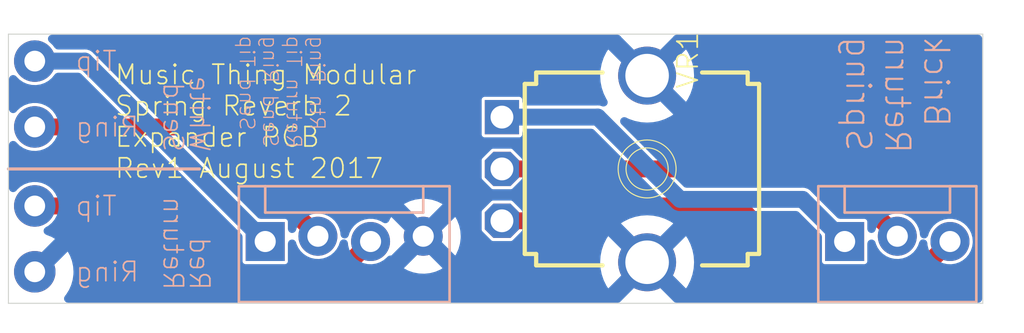
<source format=kicad_pcb>
(kicad_pcb (version 20211014) (generator pcbnew)
  (layers (0 "F.Cu" signal) (31 "B.Cu" signal) (34 "B.Paste" user) (35 "F.Paste" user) (36 "B.SilkS" user "B.Silkscreen") (37 "F.SilkS" user "F.Silkscreen") (38 "B.Mask" user) (39 "F.Mask" user) (44 "Edge.Cuts" user))
  (net 0 "")
  (net 1 "BRICK")
  (net 2 "OUT")
  (net 3 "SPRING")
  (net 4 "GND")
  (net 5 "R+")
  (net 6 "S-")
  (net 7 "S+")
  (footprint "Spring_Rev2_expander:9MM_SNAP-IN_POT" (layer "F.Cu") (at 155.80735 105.0136 -90)
    (fp_text reference "VR1" (at -3.81 -2.54 -90) (layer "F.SilkS") (effects (font (size 0.981456 0.981456) (thickness 0.085344)) (justify left bottom)))
    (fp_text value "")
    (fp_line (start -4.65 5.35) (end -4.65 2.15) (layer "F.SilkS") (width 0.2032))
    (fp_line (start -4.1 -5.4) (end 4.1 -5.4) (layer "F.SilkS") (width 0.2032))
    (fp_line (start 4.65 -4.85) (end 4.65 -2.65) (layer "F.SilkS") (width 0.2032))
    (fp_line (start 4.1 5.9) (end -4.1 5.9) (layer "F.SilkS") (width 0.2032))
    (fp_line (start 4.1 -4.85) (end 4.1 -5.4) (layer "F.SilkS") (width 0.2032))
    (fp_line (start -4.1 5.35) (end -4.1 5.9) (layer "F.SilkS") (width 0.2032))
    (fp_line (start -4.1 -5.4) (end -4.1 -4.85) (layer "F.SilkS") (width 0.2032))
    (fp_line (start -4.65 -2.65) (end -4.65 -4.85) (layer "F.SilkS") (width 0.2032))
    (fp_line (start -4.65 5.35) (end -4.1 5.35) (layer "F.SilkS") (width 0.2032))
    (fp_line (start 4.65 -4.85) (end 4.1 -4.85) (layer "F.SilkS") (width 0.2032))
    (fp_line (start 4.65 2.15) (end 4.65 5.35) (layer "F.SilkS") (width 0.2032))
    (fp_line (start 4.1 5.35) (end 4.65 5.35) (layer "F.SilkS") (width 0.2032))
    (fp_line (start -4.1 -4.85) (end -4.65 -4.85) (layer "F.SilkS") (width 0.2032))
    (fp_line (start 4.1 5.9) (end 4.1 5.35) (layer "F.SilkS") (width 0.2032))
    (fp_circle (center 0 0) (end 1.397 0) (layer "F.SilkS") (width 0.0508) (fill none))
    (fp_circle (center 0 0) (end 1.016 0) (layer "F.SilkS") (width 0.0508) (fill none))
    (pad "1" thru_hole rect (at -2.5 7 180) (size 1.65 1.65) (drill 1.1) (layers *.Cu *.Mask) (net 3 "SPRING"))
    (pad "2" thru_hole roundrect (at 0 7 180) (size 1.65 1.65) (drill 1.1) (layers *.Cu *.Mask) (chamfer_ratio 0.25) (chamfer top_left top_right bottom_left bottom_right) (net 2 "OUT"))
    (pad "3" thru_hole roundrect (at 2.5 7 180) (size 1.65 1.65) (drill 1.1) (layers *.Cu *.Mask) (chamfer_ratio 0.25) (chamfer top_left top_right bottom_left bottom_right) (net 1 "BRICK"))
    (pad "CHASSIS1" thru_hole circle (at -4.5 0 180) (size 2.794 2.794) (drill 2.1) (layers *.Cu *.Mask) (net 4 "GND"))
    (pad "CHASSIS2" thru_hole circle (at 4.5 0 180) (size 2.794 2.794) (drill 2.1) (layers *.Cu *.Mask) (net 4 "GND"))
  )
  (footprint "Spring_Rev2_expander:PAD-1.00-2.00" (layer "B.Cu") (at 126.27985 102.9886 180)
    (fp_text reference "SEND-WHITE-RING0" hide)
    (fp_text value "PAD-1.00-2.00" hide)
    (pad "1" thru_hole circle (at 0 0 180) (size 2 2) (drill 1) (layers *.Cu *.Mask) (net 6 "S-"))
  )
  (footprint "Spring_Rev2_expander:MOLEX-1X4_LOCK" (layer "B.Cu") (at 137.39235 108.3861)
    (fp_text reference "JP2" hide)
    (fp_text value "" hide)
    (fp_line (start 7.62 -1.27) (end 7.62 -2.54) (layer "B.SilkS") (width 0.127))
    (fp_line (start 0 -2.54) (end 0 -1.27) (layer "B.SilkS") (width 0.127))
    (fp_line (start 0 -1.27) (end 7.62 -1.27) (layer "B.SilkS") (width 0.127))
    (fp_line (start 8.89 3.048) (end 8.89 -2.54) (layer "B.SilkS") (width 0.127))
    (fp_line (start 0 -2.54) (end -1.27 -2.54) (layer "B.SilkS") (width 0.127))
    (fp_line (start 7.62 -2.54) (end 0 -2.54) (layer "B.SilkS") (width 0.127))
    (fp_line (start 8.89 -2.54) (end 7.62 -2.54) (layer "B.SilkS") (width 0.127))
    (fp_line (start 8.89 3.048) (end -1.27 3.048) (layer "B.SilkS") (width 0.127))
    (fp_line (start -1.27 3.048) (end -1.27 -2.54) (layer "B.SilkS") (width 0.127))
    (pad "1" thru_hole rect (at 0 0.127) (size 1.8796 1.8796) (drill 1.016) (layers *.Cu *.Mask) (net 7 "S+"))
    (pad "2" thru_hole circle (at 2.54 -0.127) (size 1.8796 1.8796) (drill 1.016) (layers *.Cu *.Mask) (net 6 "S-"))
    (pad "3" thru_hole circle (at 5.08 0.127) (size 1.8796 1.8796) (drill 1.016) (layers *.Cu *.Mask) (net 5 "R+"))
    (pad "4" thru_hole circle (at 7.62 -0.127) (size 1.8796 1.8796) (drill 1.016) (layers *.Cu *.Mask) (net 4 "GND"))
  )
  (footprint "Spring_Rev2_expander:PAD-1.00-2.00" (layer "B.Cu") (at 126.27985 109.9736 180)
    (fp_text reference "RETURN-RED-RING0" hide)
    (fp_text value "PAD-1.00-2.00" hide)
    (pad "1" thru_hole circle (at 0 0 180) (size 2 2) (drill 1) (layers *.Cu *.Mask) (net 4 "GND"))
  )
  (footprint "Spring_Rev2_expander:MOLEX-1X3_LOCK" (layer "B.Cu") (at 165.33235 108.3861)
    (fp_text reference "JP1" hide)
    (fp_text value "" hide)
    (fp_line (start 0 -2.54) (end -1.27 -2.54) (layer "B.SilkS") (width 0.127))
    (fp_line (start 6.35 3.048) (end -1.27 3.048) (layer "B.SilkS") (width 0.127))
    (fp_line (start 5.08 -1.27) (end 5.08 -2.54) (layer "B.SilkS") (width 0.127))
    (fp_line (start 6.35 3.048) (end 6.35 -2.54) (layer "B.SilkS") (width 0.127))
    (fp_line (start 5.08 -2.54) (end 0 -2.54) (layer "B.SilkS") (width 0.127))
    (fp_line (start 0 -2.54) (end 0 -1.27) (layer "B.SilkS") (width 0.127))
    (fp_line (start 6.35 -2.54) (end 5.08 -2.54) (layer "B.SilkS") (width 0.127))
    (fp_line (start -1.27 3.048) (end -1.27 -2.54) (layer "B.SilkS") (width 0.127))
    (fp_line (start 0 -1.27) (end 5.08 -1.27) (layer "B.SilkS") (width 0.127))
    (pad "1" thru_hole rect (at 0 0.127) (size 1.8796 1.8796) (drill 1.016) (layers *.Cu *.Mask) (net 3 "SPRING"))
    (pad "2" thru_hole circle (at 2.54 -0.127) (size 1.8796 1.8796) (drill 1.016) (layers *.Cu *.Mask) (net 2 "OUT"))
    (pad "3" thru_hole circle (at 5.08 0.127) (size 1.8796 1.8796) (drill 1.016) (layers *.Cu *.Mask) (net 1 "BRICK"))
  )
  (footprint "Spring_Rev2_expander:PAD-1.00-2.00" (layer "B.Cu") (at 126.27985 106.7986 180)
    (fp_text reference "RETURN-RED-TIP0" hide)
    (fp_text value "PAD-1.00-2.00" hide)
    (pad "1" thru_hole circle (at 0 0 180) (size 2 2) (drill 1) (layers *.Cu *.Mask) (net 5 "R+"))
  )
  (footprint "Spring_Rev2_expander:PAD-1.00-2.00" (layer "B.Cu") (at 126.27985 99.8136 180)
    (fp_text reference "SEND-WHITE-TIP0" hide)
    (fp_text value "PAD-1.00-2.00" hide)
    (pad "1" thru_hole circle (at 0 0 180) (size 2 2) (drill 1) (layers *.Cu *.Mask) (net 7 "S+"))
  )
  (gr_line (start 125.00985 105.0136) (end 134.21735 105.0136) (layer "B.SilkS") (width 0.1524))
  (gr_line (start 125.00985 111.4936) (end 171.99235 111.4936) (layer "Edge.Cuts") (width 0.05))
  (gr_line (start 171.99235 98.5136) (end 125.00985 98.5136) (layer "Edge.Cuts") (width 0.05))
  (gr_line (start 125.00985 98.5136) (end 125.00985 111.4936) (layer "Edge.Cuts") (width 0.05))
  (gr_line (start 171.99235 111.4936) (end 171.99235 98.5136) (layer "Edge.Cuts") (width 0.05))
  (gr_text "White" (at 134.21735 104.2586 -90) (layer "B.SilkS") (effects (font (size 0.93472 0.93472) (thickness 0.08128)) (justify left mirror)))
  (gr_text "Rtn Ring\nReturn Tip\nSend Ring\nSend Tip\n\n\n" (at 137.07485 98.5436 -90) (layer "B.SilkS") (effects (font (size 0.70104 0.70104) (thickness 0.06096)) (justify right mirror)))
  (gr_text "Brick\nReturn\nSpring" (at 167.87235 98.5436 -90) (layer "B.SilkS") (effects (font (size 1.1684 1.1684) (thickness 0.1016)) (justify right mirror)))
  (gr_text "Send" (at 132.94735 104.2586 -90) (layer "B.SilkS") (effects (font (size 0.93472 0.93472) (thickness 0.08128)) (justify left mirror)))
  (gr_text "Ring" (at 128.18485 109.9736) (layer "B.SilkS") (effects (font (size 0.93472 0.93472) (thickness 0.08128)) (justify right mirror)))
  (gr_text "Red" (at 134.21735 110.9261 -90) (layer "B.SilkS") (effects (font (size 0.93472 0.93472) (thickness 0.08128)) (justify left mirror)))
  (gr_text "Ring" (at 128.18485 102.9886) (layer "B.SilkS") (effects (font (size 0.93472 0.93472) (thickness 0.08128)) (justify right mirror)))
  (gr_text "Tip" (at 128.18485 106.7986) (layer "B.SilkS") (effects (font (size 0.93472 0.93472) (thickness 0.08128)) (justify right mirror)))
  (gr_text "Return" (at 132.94735 110.9261 -90) (layer "B.SilkS") (effects (font (size 0.93472 0.93472) (thickness 0.08128)) (justify left mirror)))
  (gr_text "Tip" (at 128.18485 99.8136) (layer "B.SilkS") (effects (font (size 0.93472 0.93472) (thickness 0.08128)) (justify right mirror)))
  (gr_text "Music Thing Modular\nSpring Reverb 2 \nExpander PCB \nRev1 August 2017" (at 130.08985 105.5286) (layer "F.SilkS") (effects (font (size 0.93472 0.93472) (thickness 0.08128)) (justify left bottom)))
  (segment (start 153.50485 107.5136) (end 154.21985 106.7986) (width 0.8128) (layer "F.Cu") (net 1))
  (segment (start 168.63435 110.2911) (end 170.41235 108.5131) (width 0.8128) (layer "F.Cu") (net 1))
  (segment (start 148.80735 107.5136) (end 153.50485 107.5136) (width 0.8128) (layer "F.Cu") (net 1))
  (segment (start 160.25235 106.7986) (end 163.42735 110.2911) (width 0.8128) (layer "F.Cu") (net 1))
  (segment (start 163.42735 110.2911) (end 168.63435 110.2911) (width 0.8128) (layer "F.Cu") (net 1))
  (segment (start 154.21985 106.7986) (end 160.25235 106.7986) (width 0.8128) (layer "F.Cu") (net 1))
  (segment (start 148.80735 105.0136) (end 164.62685 105.0136) (width 0.8128) (layer "F.Cu") (net 2))
  (segment (start 164.62685 105.0136) (end 167.87235 108.2591) (width 0.8128) (layer "F.Cu") (net 2))
  (segment (start 153.42735 102.5136) (end 157.39485 106.4811) (width 0.8128) (layer "B.Cu") (net 3))
  (segment (start 163.30035 106.4811) (end 165.33235 108.5131) (width 0.8128) (layer "B.Cu") (net 3))
  (segment (start 148.80735 102.5136) (end 153.42735 102.5136) (width 0.8128) (layer "B.Cu") (net 3))
  (segment (start 157.39485 106.4811) (end 163.30035 106.4811) (width 0.8128) (layer "B.Cu") (net 3))
  (segment (start 126.27985 106.7986) (end 131.99485 106.7986) (width 0.8128) (layer "F.Cu") (net 5))
  (segment (start 131.99485 106.7986) (end 135.48735 110.2911) (width 0.8128) (layer "F.Cu") (net 5))
  (segment (start 135.48735 110.2911) (end 140.69435 110.2911) (width 0.8128) (layer "F.Cu") (net 5))
  (segment (start 140.69435 110.2911) (end 142.47235 108.5131) (width 0.8128) (layer "F.Cu") (net 5))
  (segment (start 134.66185 102.9886) (end 139.93235 108.2591) (width 0.8128) (layer "F.Cu") (net 6))
  (segment (start 126.27985 102.9886) (end 134.66185 102.9886) (width 0.8128) (layer "F.Cu") (net 6))
  (segment (start 128.69285 99.8136) (end 137.39235 108.5131) (width 0.8128) (layer "B.Cu") (net 7))
  (segment (start 126.27985 99.8136) (end 128.69285 99.8136) (width 0.8128) (layer "B.Cu") (net 7))
  (zone (net 4) (net_name "GND") (layer "B.Cu") (priority 6) (connect_pads (clearance 0.000001)) (min_thickness 0.4064) (fill yes (thermal_gap 0.8628) (thermal_bridge_width 0.8628))
    (polygon (pts (xy 173.99375 112.92) (xy 124.60345 112.92) (xy 124.60345 96.8672) (xy 173.99375 96.8672)))
  )
)
</source>
